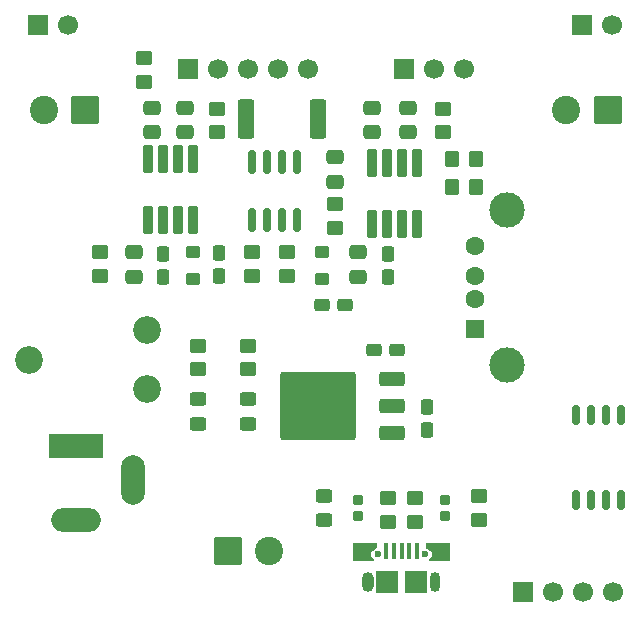
<source format=gbr>
%TF.GenerationSoftware,KiCad,Pcbnew,9.0.6-9.0.6~ubuntu22.04.1*%
%TF.CreationDate,2025-12-30T23:35:11+05:30*%
%TF.ProjectId,OverEngineered-PSU,4f766572-456e-4676-996e-65657265642d,rev?*%
%TF.SameCoordinates,Original*%
%TF.FileFunction,Soldermask,Top*%
%TF.FilePolarity,Negative*%
%FSLAX46Y46*%
G04 Gerber Fmt 4.6, Leading zero omitted, Abs format (unit mm)*
G04 Created by KiCad (PCBNEW 9.0.6-9.0.6~ubuntu22.04.1) date 2025-12-30 23:35:11*
%MOMM*%
%LPD*%
G01*
G04 APERTURE LIST*
G04 Aperture macros list*
%AMRoundRect*
0 Rectangle with rounded corners*
0 $1 Rounding radius*
0 $2 $3 $4 $5 $6 $7 $8 $9 X,Y pos of 4 corners*
0 Add a 4 corners polygon primitive as box body*
4,1,4,$2,$3,$4,$5,$6,$7,$8,$9,$2,$3,0*
0 Add four circle primitives for the rounded corners*
1,1,$1+$1,$2,$3*
1,1,$1+$1,$4,$5*
1,1,$1+$1,$6,$7*
1,1,$1+$1,$8,$9*
0 Add four rect primitives between the rounded corners*
20,1,$1+$1,$2,$3,$4,$5,0*
20,1,$1+$1,$4,$5,$6,$7,0*
20,1,$1+$1,$6,$7,$8,$9,0*
20,1,$1+$1,$8,$9,$2,$3,0*%
%AMFreePoly0*
4,1,9,1.050000,0.350000,0.550000,0.000000,0.550000,-0.400000,0.800000,-0.650000,0.800000,-0.800000,-1.050000,-0.800000,-1.050000,0.800000,1.050000,0.800000,1.050000,0.350000,1.050000,0.350000,$1*%
%AMFreePoly1*
4,1,9,1.050000,-0.800000,-0.800000,-0.800000,-0.800000,-0.650000,-0.550000,-0.400000,-0.550000,0.000000,-1.050000,0.350000,-1.050000,0.800000,1.050000,0.800000,1.050000,-0.800000,1.050000,-0.800000,$1*%
G04 Aperture macros list end*
%ADD10RoundRect,0.250000X-0.350000X0.275000X-0.350000X-0.275000X0.350000X-0.275000X0.350000X0.275000X0*%
%ADD11RoundRect,0.250000X0.850000X0.350000X-0.850000X0.350000X-0.850000X-0.350000X0.850000X-0.350000X0*%
%ADD12RoundRect,0.249997X2.950003X2.650003X-2.950003X2.650003X-2.950003X-2.650003X2.950003X-2.650003X0*%
%ADD13R,1.700000X1.700000*%
%ADD14C,1.700000*%
%ADD15RoundRect,0.250000X0.475000X-0.337500X0.475000X0.337500X-0.475000X0.337500X-0.475000X-0.337500X0*%
%ADD16RoundRect,0.250000X0.295000X-0.407500X0.295000X0.407500X-0.295000X0.407500X-0.295000X-0.407500X0*%
%ADD17RoundRect,0.102000X-0.300000X-1.100000X0.300000X-1.100000X0.300000X1.100000X-0.300000X1.100000X0*%
%ADD18R,1.500000X1.600000*%
%ADD19C,1.600000*%
%ADD20C,3.000000*%
%ADD21RoundRect,0.250000X0.450000X-0.350000X0.450000X0.350000X-0.450000X0.350000X-0.450000X-0.350000X0*%
%ADD22RoundRect,0.250000X0.407500X0.295000X-0.407500X0.295000X-0.407500X-0.295000X0.407500X-0.295000X0*%
%ADD23RoundRect,0.250000X-0.450000X0.325000X-0.450000X-0.325000X0.450000X-0.325000X0.450000X0.325000X0*%
%ADD24RoundRect,0.150000X0.150000X-0.825000X0.150000X0.825000X-0.150000X0.825000X-0.150000X-0.825000X0*%
%ADD25RoundRect,0.102000X0.350000X-0.300000X0.350000X0.300000X-0.350000X0.300000X-0.350000X-0.300000X0*%
%ADD26RoundRect,0.250000X-0.475000X0.337500X-0.475000X-0.337500X0.475000X-0.337500X0.475000X0.337500X0*%
%ADD27RoundRect,0.250000X0.350000X0.450000X-0.350000X0.450000X-0.350000X-0.450000X0.350000X-0.450000X0*%
%ADD28RoundRect,0.250001X-0.949999X-0.949999X0.949999X-0.949999X0.949999X0.949999X-0.949999X0.949999X0*%
%ADD29C,2.400000*%
%ADD30C,0.600000*%
%ADD31R,0.400000X1.350000*%
%ADD32FreePoly0,0.000000*%
%ADD33O,1.000000X1.700000*%
%ADD34R,1.900000X1.900000*%
%ADD35O,0.850000X1.700000*%
%ADD36FreePoly1,0.000000*%
%ADD37RoundRect,0.250001X0.949999X0.949999X-0.949999X0.949999X-0.949999X-0.949999X0.949999X-0.949999X0*%
%ADD38RoundRect,0.250000X-0.350000X-0.450000X0.350000X-0.450000X0.350000X0.450000X-0.350000X0.450000X0*%
%ADD39RoundRect,0.250000X-0.450000X0.350000X-0.450000X-0.350000X0.450000X-0.350000X0.450000X0.350000X0*%
%ADD40C,2.340000*%
%ADD41RoundRect,0.250000X-0.295000X0.407500X-0.295000X-0.407500X0.295000X-0.407500X0.295000X0.407500X0*%
%ADD42RoundRect,0.249999X-0.450001X-1.425001X0.450001X-1.425001X0.450001X1.425001X-0.450001X1.425001X0*%
%ADD43R,4.600000X2.000000*%
%ADD44O,4.200000X2.000000*%
%ADD45O,2.000000X4.200000*%
%ADD46RoundRect,0.250000X-0.407500X-0.295000X0.407500X-0.295000X0.407500X0.295000X-0.407500X0.295000X0*%
%ADD47RoundRect,0.162500X-0.162500X0.650000X-0.162500X-0.650000X0.162500X-0.650000X0.162500X0.650000X0*%
G04 APERTURE END LIST*
D10*
%TO.C,L1*%
X117850000Y-97200000D03*
X117850000Y-99500000D03*
%TD*%
D11*
%TO.C,U2*%
X134750000Y-112577500D03*
X134750000Y-110297500D03*
D12*
X128450000Y-110297500D03*
D11*
X134750000Y-108017500D03*
%TD*%
D13*
%TO.C,J5*%
X135756667Y-81735000D03*
D14*
X138296667Y-81735000D03*
X140836667Y-81735000D03*
%TD*%
D15*
%TO.C,C5*%
X117189200Y-87100000D03*
X117189200Y-85025000D03*
%TD*%
D16*
%TO.C,C9*%
X120100000Y-99287500D03*
X120100000Y-97332500D03*
%TD*%
D17*
%TO.C,IC1*%
X114040000Y-94550000D03*
X115310000Y-94550000D03*
X116580000Y-94550000D03*
X117850000Y-94550000D03*
X117850000Y-89350000D03*
X116580000Y-89350000D03*
X115310000Y-89350000D03*
X114040000Y-89350000D03*
%TD*%
D18*
%TO.C,J4*%
X141760000Y-103750000D03*
D19*
X141760000Y-101250000D03*
X141760000Y-99250000D03*
X141760000Y-96750000D03*
D20*
X144470000Y-106820000D03*
X144470000Y-93680000D03*
%TD*%
D21*
%TO.C,R9*%
X136678000Y-120100000D03*
X136678000Y-118100000D03*
%TD*%
D22*
%TO.C,C11*%
X135147500Y-105522500D03*
X133192500Y-105522500D03*
%TD*%
D23*
%TO.C,D4*%
X122525000Y-109725000D03*
X122525000Y-111775000D03*
%TD*%
D21*
%TO.C,R14*%
X122850000Y-99270000D03*
X122850000Y-97270000D03*
%TD*%
%TO.C,R11*%
X122570000Y-107175000D03*
X122570000Y-105175000D03*
%TD*%
D24*
%TO.C,U3*%
X122850000Y-94550000D03*
X124120000Y-94550000D03*
X125390000Y-94550000D03*
X126660000Y-94550000D03*
X126660000Y-89600000D03*
X125390000Y-89600000D03*
X124120000Y-89600000D03*
X122850000Y-89600000D03*
%TD*%
D21*
%TO.C,R1*%
X113725000Y-82855000D03*
X113725000Y-80855000D03*
%TD*%
D25*
%TO.C,D2*%
X139239000Y-118225000D03*
X139239000Y-119625000D03*
%TD*%
D17*
%TO.C,IC2*%
X133020000Y-94900000D03*
X134290000Y-94900000D03*
X135560000Y-94900000D03*
X136830000Y-94900000D03*
X136830000Y-89700000D03*
X135560000Y-89700000D03*
X134290000Y-89700000D03*
X133020000Y-89700000D03*
%TD*%
D13*
%TO.C,J8*%
X145850000Y-126050000D03*
D14*
X148390000Y-126050000D03*
X150930000Y-126050000D03*
X153470000Y-126050000D03*
%TD*%
D26*
%TO.C,C7*%
X112850000Y-97262500D03*
X112850000Y-99337500D03*
%TD*%
D27*
%TO.C,R7*%
X141840000Y-91775000D03*
X139840000Y-91775000D03*
%TD*%
D28*
%TO.C,J3*%
X120841083Y-122585000D03*
D29*
X124341083Y-122585000D03*
%TD*%
D30*
%TO.C,J1*%
X133532167Y-122850000D03*
X137532167Y-122850000D03*
D31*
X134232167Y-122525000D03*
X134882167Y-122525000D03*
X135532167Y-122525000D03*
X136182167Y-122525000D03*
X136832167Y-122525000D03*
D32*
X132432167Y-122650000D03*
D33*
X132707167Y-125200000D03*
D34*
X134332167Y-125200000D03*
X136732167Y-125200000D03*
D35*
X138357167Y-125200000D03*
D36*
X138632167Y-122650000D03*
%TD*%
D37*
%TO.C,J6*%
X153000000Y-85250000D03*
D29*
X149500000Y-85250000D03*
%TD*%
D15*
%TO.C,C3*%
X114448400Y-87100000D03*
X114448400Y-85025000D03*
%TD*%
D23*
%TO.C,D1*%
X128950000Y-117900000D03*
X128950000Y-119950000D03*
%TD*%
D26*
%TO.C,C13*%
X129900000Y-89200000D03*
X129900000Y-91275000D03*
%TD*%
D21*
%TO.C,R12*%
X118272500Y-107175000D03*
X118272500Y-105175000D03*
%TD*%
D38*
%TO.C,R6*%
X139840000Y-89325000D03*
X141840000Y-89325000D03*
%TD*%
D21*
%TO.C,R2*%
X110025000Y-99270000D03*
X110025000Y-97270000D03*
%TD*%
%TO.C,R5*%
X119900000Y-87092500D03*
X119900000Y-85092500D03*
%TD*%
D39*
%TO.C,R3*%
X139050000Y-85092500D03*
X139050000Y-87092500D03*
%TD*%
D40*
%TO.C,RV1*%
X114000000Y-103850000D03*
X104000000Y-106350000D03*
X114000000Y-108850000D03*
%TD*%
D39*
%TO.C,R8*%
X142100000Y-117925000D03*
X142100000Y-119925000D03*
%TD*%
D13*
%TO.C,J9*%
X117443333Y-81755000D03*
D14*
X119983333Y-81755000D03*
X122523333Y-81755000D03*
X125063333Y-81755000D03*
X127603333Y-81755000D03*
%TD*%
D21*
%TO.C,R10*%
X134417000Y-120100000D03*
X134417000Y-118100000D03*
%TD*%
D10*
%TO.C,L2*%
X128775000Y-97200000D03*
X128775000Y-99500000D03*
%TD*%
D41*
%TO.C,C2*%
X134350000Y-97372500D03*
X134350000Y-99327500D03*
%TD*%
D42*
%TO.C,R13*%
X122350000Y-86012500D03*
X128450000Y-86012500D03*
%TD*%
D15*
%TO.C,C6*%
X136040000Y-87100000D03*
X136040000Y-85025000D03*
%TD*%
D21*
%TO.C,R15*%
X125800000Y-99270000D03*
X125800000Y-97270000D03*
%TD*%
%TO.C,R4*%
X129900000Y-95200000D03*
X129900000Y-93200000D03*
%TD*%
D37*
%TO.C,J10*%
X108750000Y-85250000D03*
D29*
X105250000Y-85250000D03*
%TD*%
D15*
%TO.C,C4*%
X133000000Y-87100000D03*
X133000000Y-85025000D03*
%TD*%
D41*
%TO.C,C1*%
X115300000Y-97372500D03*
X115300000Y-99327500D03*
%TD*%
D26*
%TO.C,C8*%
X131825000Y-97262500D03*
X131825000Y-99337500D03*
%TD*%
D25*
%TO.C,D3*%
X131856000Y-118225000D03*
X131856000Y-119625000D03*
%TD*%
D43*
%TO.C,J12*%
X108000000Y-113650000D03*
D44*
X108000000Y-119950000D03*
D45*
X112800000Y-116550000D03*
%TD*%
D46*
%TO.C,C10*%
X128795000Y-101750000D03*
X130750000Y-101750000D03*
%TD*%
D23*
%TO.C,D5*%
X118317500Y-109725000D03*
X118317500Y-111775000D03*
%TD*%
D47*
%TO.C,U1*%
X154150000Y-111062500D03*
X152880000Y-111062500D03*
X151610000Y-111062500D03*
X150340000Y-111062500D03*
X150340000Y-118237500D03*
X151610000Y-118237500D03*
X152880000Y-118237500D03*
X154150000Y-118237500D03*
%TD*%
D41*
%TO.C,C12*%
X137675000Y-110372500D03*
X137675000Y-112327500D03*
%TD*%
D13*
%TO.C,J7*%
X150800000Y-78000000D03*
D14*
X153340000Y-78000000D03*
%TD*%
D13*
%TO.C,J11*%
X104750000Y-78000000D03*
D14*
X107290000Y-78000000D03*
%TD*%
M02*

</source>
